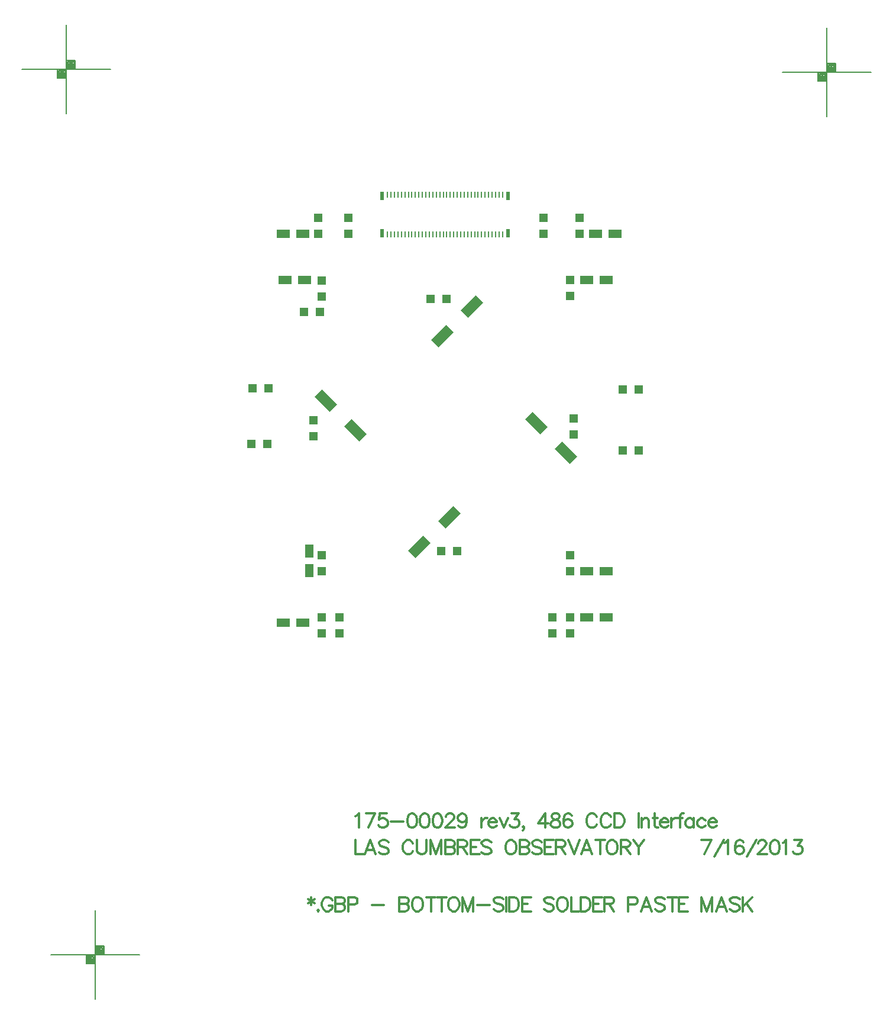
<source format=gbp>
%FSLAX23Y23*%
%MOIN*%
G70*
G01*
G75*
G04 Layer_Color=128*
%ADD10C,0.008*%
%ADD11C,0.010*%
%ADD12C,0.010*%
%ADD13C,0.012*%
%ADD14C,0.012*%
%ADD15C,0.012*%
%ADD16P,0.057X4X202.5*%
%ADD17C,0.040*%
%ADD18C,0.070*%
%ADD19R,0.070X0.070*%
%ADD20C,0.055*%
%ADD21C,0.035*%
%ADD22C,0.039*%
%ADD23C,0.071*%
%ADD24C,0.169*%
%ADD25C,0.047*%
%ADD26C,0.048*%
%ADD27C,0.020*%
%ADD28C,0.024*%
%ADD29C,0.040*%
%ADD30C,0.045*%
%ADD31C,0.099*%
%ADD32C,0.060*%
G04:AMPARAMS|DCode=33|XSize=100mil|YSize=100mil|CornerRadius=0mil|HoleSize=0mil|Usage=FLASHONLY|Rotation=0.000|XOffset=0mil|YOffset=0mil|HoleType=Round|Shape=Relief|Width=10mil|Gap=10mil|Entries=4|*
%AMTHD33*
7,0,0,0.100,0.080,0.010,45*
%
%ADD33THD33*%
%ADD34C,0.053*%
%ADD35C,0.055*%
%ADD36C,0.059*%
%ADD37C,0.091*%
%ADD38C,0.189*%
%ADD39C,0.069*%
%ADD40C,0.030*%
G04:AMPARAMS|DCode=41|XSize=70mil|YSize=70mil|CornerRadius=0mil|HoleSize=0mil|Usage=FLASHONLY|Rotation=0.000|XOffset=0mil|YOffset=0mil|HoleType=Round|Shape=Relief|Width=10mil|Gap=10mil|Entries=4|*
%AMTHD41*
7,0,0,0.070,0.050,0.010,45*
%
%ADD41THD41*%
%ADD42C,0.010*%
%ADD43C,0.008*%
%ADD44R,0.078X0.048*%
%ADD45R,0.050X0.050*%
G04:AMPARAMS|DCode=46|XSize=59mil|YSize=118mil|CornerRadius=0mil|HoleSize=0mil|Usage=FLASHONLY|Rotation=315.000|XOffset=0mil|YOffset=0mil|HoleType=Round|Shape=Rectangle|*
%AMROTATEDRECTD46*
4,1,4,-0.063,-0.021,0.021,0.063,0.063,0.021,-0.021,-0.063,-0.063,-0.021,0.0*
%
%ADD46ROTATEDRECTD46*%

%ADD47R,0.010X0.035*%
%ADD48R,0.024X0.051*%
%ADD49R,0.048X0.078*%
%ADD50R,0.050X0.050*%
G04:AMPARAMS|DCode=51|XSize=59mil|YSize=118mil|CornerRadius=0mil|HoleSize=0mil|Usage=FLASHONLY|Rotation=225.000|XOffset=0mil|YOffset=0mil|HoleType=Round|Shape=Rectangle|*
%AMROTATEDRECTD51*
4,1,4,-0.021,0.063,0.063,-0.021,0.021,-0.063,-0.063,0.021,-0.021,0.063,0.0*
%
%ADD51ROTATEDRECTD51*%

%ADD52C,0.030*%
%ADD53C,0.005*%
%ADD54C,0.007*%
D10*
X18927Y13402D02*
X19427D01*
X19177Y13152D02*
Y13652D01*
X19227Y13402D02*
Y13452D01*
X19177D02*
X19227D01*
X19127Y13352D02*
Y13402D01*
Y13352D02*
X19177D01*
X19132Y13397D02*
X19172D01*
X19132Y13357D02*
Y13397D01*
Y13357D02*
X19172D01*
Y13397D01*
X19137Y13392D02*
X19167D01*
X19137Y13362D02*
Y13392D01*
Y13362D02*
X19167D01*
Y13387D01*
X19142D02*
X19162D01*
X19142Y13367D02*
Y13387D01*
Y13367D02*
X19162D01*
Y13382D01*
X19147D02*
X19157D01*
X19147Y13372D02*
Y13382D01*
Y13372D02*
X19157D01*
Y13382D01*
X19147Y13377D02*
X19157D01*
X19182Y13447D02*
X19222D01*
X19182Y13407D02*
Y13447D01*
Y13407D02*
X19222D01*
Y13447D01*
X19187Y13442D02*
X19217D01*
X19187Y13412D02*
Y13442D01*
Y13412D02*
X19217D01*
Y13437D01*
X19192D02*
X19212D01*
X19192Y13417D02*
Y13437D01*
Y13417D02*
X19212D01*
Y13432D01*
X19197D02*
X19207D01*
X19197Y13422D02*
Y13432D01*
Y13422D02*
X19207D01*
Y13432D01*
X19197Y13427D02*
X19207D01*
X18763Y18387D02*
X19263D01*
X19013Y18137D02*
Y18637D01*
X19063Y18387D02*
Y18437D01*
X19013D02*
X19063D01*
X18963Y18337D02*
Y18387D01*
Y18337D02*
X19013D01*
X18968Y18382D02*
X19008D01*
X18968Y18342D02*
Y18382D01*
Y18342D02*
X19008D01*
Y18382D01*
X18973Y18377D02*
X19003D01*
X18973Y18347D02*
Y18377D01*
Y18347D02*
X19003D01*
Y18372D01*
X18978D02*
X18998D01*
X18978Y18352D02*
Y18372D01*
Y18352D02*
X18998D01*
Y18367D01*
X18983D02*
X18993D01*
X18983Y18357D02*
Y18367D01*
Y18357D02*
X18993D01*
Y18367D01*
X18983Y18362D02*
X18993D01*
X19018Y18432D02*
X19058D01*
X19018Y18392D02*
Y18432D01*
Y18392D02*
X19058D01*
Y18432D01*
X19023Y18427D02*
X19053D01*
X19023Y18397D02*
Y18427D01*
Y18397D02*
X19053D01*
Y18422D01*
X19028D02*
X19048D01*
X19028Y18402D02*
Y18422D01*
Y18402D02*
X19048D01*
Y18417D01*
X19033D02*
X19043D01*
X19033Y18407D02*
Y18417D01*
Y18407D02*
X19043D01*
Y18417D01*
X19033Y18412D02*
X19043D01*
X23049Y18371D02*
X23549D01*
X23299Y18121D02*
Y18621D01*
X23349Y18371D02*
Y18421D01*
X23299D02*
X23349D01*
X23249Y18321D02*
Y18371D01*
Y18321D02*
X23299D01*
X23254Y18366D02*
X23294D01*
X23254Y18326D02*
Y18366D01*
Y18326D02*
X23294D01*
Y18366D01*
X23259Y18361D02*
X23289D01*
X23259Y18331D02*
Y18361D01*
Y18331D02*
X23289D01*
Y18356D01*
X23264D02*
X23284D01*
X23264Y18336D02*
Y18356D01*
Y18336D02*
X23284D01*
Y18351D01*
X23269D02*
X23279D01*
X23269Y18341D02*
Y18351D01*
Y18341D02*
X23279D01*
Y18351D01*
X23269Y18346D02*
X23279D01*
X23304Y18416D02*
X23344D01*
X23304Y18376D02*
Y18416D01*
Y18376D02*
X23344D01*
Y18416D01*
X23309Y18411D02*
X23339D01*
X23309Y18381D02*
Y18411D01*
Y18381D02*
X23339D01*
Y18406D01*
X23314D02*
X23334D01*
X23314Y18386D02*
Y18406D01*
Y18386D02*
X23334D01*
Y18401D01*
X23319D02*
X23329D01*
X23319Y18391D02*
Y18401D01*
Y18391D02*
X23329D01*
Y18401D01*
X23319Y18396D02*
X23329D01*
D14*
X20642Y14046D02*
Y13966D01*
X20688D01*
X20757D02*
X20727Y14046D01*
X20697Y13966D01*
X20708Y13992D02*
X20746D01*
X20829Y14034D02*
X20822Y14042D01*
X20810Y14046D01*
X20795D01*
X20784Y14042D01*
X20776Y14034D01*
Y14026D01*
X20780Y14019D01*
X20784Y14015D01*
X20791Y14011D01*
X20814Y14004D01*
X20822Y14000D01*
X20826Y13996D01*
X20829Y13988D01*
Y13977D01*
X20822Y13969D01*
X20810Y13966D01*
X20795D01*
X20784Y13969D01*
X20776Y13977D01*
X20967Y14026D02*
X20964Y14034D01*
X20956Y14042D01*
X20948Y14046D01*
X20933D01*
X20925Y14042D01*
X20918Y14034D01*
X20914Y14026D01*
X20910Y14015D01*
Y13996D01*
X20914Y13985D01*
X20918Y13977D01*
X20925Y13969D01*
X20933Y13966D01*
X20948D01*
X20956Y13969D01*
X20964Y13977D01*
X20967Y13985D01*
X20990Y14046D02*
Y13988D01*
X20994Y13977D01*
X21001Y13969D01*
X21013Y13966D01*
X21020D01*
X21032Y13969D01*
X21039Y13977D01*
X21043Y13988D01*
Y14046D01*
X21065D02*
Y13966D01*
Y14046D02*
X21096Y13966D01*
X21126Y14046D02*
X21096Y13966D01*
X21126Y14046D02*
Y13966D01*
X21149Y14046D02*
Y13966D01*
Y14046D02*
X21183D01*
X21195Y14042D01*
X21198Y14038D01*
X21202Y14030D01*
Y14023D01*
X21198Y14015D01*
X21195Y14011D01*
X21183Y14007D01*
X21149D02*
X21183D01*
X21195Y14004D01*
X21198Y14000D01*
X21202Y13992D01*
Y13981D01*
X21198Y13973D01*
X21195Y13969D01*
X21183Y13966D01*
X21149D01*
X21220Y14046D02*
Y13966D01*
Y14046D02*
X21254D01*
X21266Y14042D01*
X21270Y14038D01*
X21274Y14030D01*
Y14023D01*
X21270Y14015D01*
X21266Y14011D01*
X21254Y14007D01*
X21220D01*
X21247D02*
X21274Y13966D01*
X21341Y14046D02*
X21291D01*
Y13966D01*
X21341D01*
X21291Y14007D02*
X21322D01*
X21408Y14034D02*
X21400Y14042D01*
X21389Y14046D01*
X21373D01*
X21362Y14042D01*
X21354Y14034D01*
Y14026D01*
X21358Y14019D01*
X21362Y14015D01*
X21370Y14011D01*
X21392Y14004D01*
X21400Y14000D01*
X21404Y13996D01*
X21408Y13988D01*
Y13977D01*
X21400Y13969D01*
X21389Y13966D01*
X21373D01*
X21362Y13969D01*
X21354Y13977D01*
X21511Y14046D02*
X21504Y14042D01*
X21496Y14034D01*
X21492Y14026D01*
X21488Y14015D01*
Y13996D01*
X21492Y13985D01*
X21496Y13977D01*
X21504Y13969D01*
X21511Y13966D01*
X21526D01*
X21534Y13969D01*
X21542Y13977D01*
X21545Y13985D01*
X21549Y13996D01*
Y14015D01*
X21545Y14026D01*
X21542Y14034D01*
X21534Y14042D01*
X21526Y14046D01*
X21511D01*
X21568D02*
Y13966D01*
Y14046D02*
X21602D01*
X21614Y14042D01*
X21617Y14038D01*
X21621Y14030D01*
Y14023D01*
X21617Y14015D01*
X21614Y14011D01*
X21602Y14007D01*
X21568D02*
X21602D01*
X21614Y14004D01*
X21617Y14000D01*
X21621Y13992D01*
Y13981D01*
X21617Y13973D01*
X21614Y13969D01*
X21602Y13966D01*
X21568D01*
X21692Y14034D02*
X21685Y14042D01*
X21673Y14046D01*
X21658D01*
X21647Y14042D01*
X21639Y14034D01*
Y14026D01*
X21643Y14019D01*
X21647Y14015D01*
X21654Y14011D01*
X21677Y14004D01*
X21685Y14000D01*
X21689Y13996D01*
X21692Y13988D01*
Y13977D01*
X21685Y13969D01*
X21673Y13966D01*
X21658D01*
X21647Y13969D01*
X21639Y13977D01*
X21760Y14046D02*
X21710D01*
Y13966D01*
X21760D01*
X21710Y14007D02*
X21741D01*
X21773Y14046D02*
Y13966D01*
Y14046D02*
X21808D01*
X21819Y14042D01*
X21823Y14038D01*
X21827Y14030D01*
Y14023D01*
X21823Y14015D01*
X21819Y14011D01*
X21808Y14007D01*
X21773D01*
X21800D02*
X21827Y13966D01*
X21844Y14046D02*
X21875Y13966D01*
X21905Y14046D02*
X21875Y13966D01*
X21977D02*
X21946Y14046D01*
X21916Y13966D01*
X21927Y13992D02*
X21965D01*
X22022Y14046D02*
Y13966D01*
X21995Y14046D02*
X22049D01*
X22081D02*
X22073Y14042D01*
X22066Y14034D01*
X22062Y14026D01*
X22058Y14015D01*
Y13996D01*
X22062Y13985D01*
X22066Y13977D01*
X22073Y13969D01*
X22081Y13966D01*
X22096D01*
X22104Y13969D01*
X22111Y13977D01*
X22115Y13985D01*
X22119Y13996D01*
Y14015D01*
X22115Y14026D01*
X22111Y14034D01*
X22104Y14042D01*
X22096Y14046D01*
X22081D01*
X22138D02*
Y13966D01*
Y14046D02*
X22172D01*
X22183Y14042D01*
X22187Y14038D01*
X22191Y14030D01*
Y14023D01*
X22187Y14015D01*
X22183Y14011D01*
X22172Y14007D01*
X22138D01*
X22164D02*
X22191Y13966D01*
X22209Y14046D02*
X22239Y14007D01*
Y13966D01*
X22270Y14046D02*
X22239Y14007D01*
X22648Y14046D02*
X22610Y13966D01*
X22594Y14046D02*
X22648D01*
X22666Y13954D02*
X22719Y14046D01*
X22724Y14030D02*
X22732Y14034D01*
X22743Y14046D01*
Y13966D01*
X22829Y14034D02*
X22825Y14042D01*
X22813Y14046D01*
X22806D01*
X22794Y14042D01*
X22787Y14030D01*
X22783Y14011D01*
Y13992D01*
X22787Y13977D01*
X22794Y13969D01*
X22806Y13966D01*
X22810D01*
X22821Y13969D01*
X22829Y13977D01*
X22832Y13988D01*
Y13992D01*
X22829Y14004D01*
X22821Y14011D01*
X22810Y14015D01*
X22806D01*
X22794Y14011D01*
X22787Y14004D01*
X22783Y13992D01*
X22850Y13954D02*
X22903Y14046D01*
X22912Y14026D02*
Y14030D01*
X22916Y14038D01*
X22920Y14042D01*
X22928Y14046D01*
X22943D01*
X22951Y14042D01*
X22954Y14038D01*
X22958Y14030D01*
Y14023D01*
X22954Y14015D01*
X22947Y14004D01*
X22909Y13966D01*
X22962D01*
X23003Y14046D02*
X22991Y14042D01*
X22984Y14030D01*
X22980Y14011D01*
Y14000D01*
X22984Y13981D01*
X22991Y13969D01*
X23003Y13966D01*
X23010D01*
X23022Y13969D01*
X23029Y13981D01*
X23033Y14000D01*
Y14011D01*
X23029Y14030D01*
X23022Y14042D01*
X23010Y14046D01*
X23003D01*
X23051Y14030D02*
X23059Y14034D01*
X23070Y14046D01*
Y13966D01*
X23117Y14046D02*
X23159D01*
X23136Y14015D01*
X23148D01*
X23155Y14011D01*
X23159Y14007D01*
X23163Y13996D01*
Y13988D01*
X23159Y13977D01*
X23152Y13969D01*
X23140Y13966D01*
X23129D01*
X23117Y13969D01*
X23114Y13973D01*
X23110Y13981D01*
D15*
X20394Y13725D02*
Y13679D01*
X20375Y13714D02*
X20413Y13691D01*
Y13714D02*
X20375Y13691D01*
X20433Y13653D02*
X20429Y13649D01*
X20433Y13645D01*
X20437Y13649D01*
X20433Y13653D01*
X20511Y13706D02*
X20508Y13714D01*
X20500Y13721D01*
X20492Y13725D01*
X20477D01*
X20470Y13721D01*
X20462Y13714D01*
X20458Y13706D01*
X20454Y13695D01*
Y13676D01*
X20458Y13664D01*
X20462Y13656D01*
X20470Y13649D01*
X20477Y13645D01*
X20492D01*
X20500Y13649D01*
X20508Y13656D01*
X20511Y13664D01*
Y13676D01*
X20492D02*
X20511D01*
X20530Y13725D02*
Y13645D01*
Y13725D02*
X20564D01*
X20575Y13721D01*
X20579Y13717D01*
X20583Y13710D01*
Y13702D01*
X20579Y13695D01*
X20575Y13691D01*
X20564Y13687D01*
X20530D02*
X20564D01*
X20575Y13683D01*
X20579Y13679D01*
X20583Y13672D01*
Y13660D01*
X20579Y13653D01*
X20575Y13649D01*
X20564Y13645D01*
X20530D01*
X20601Y13683D02*
X20635D01*
X20647Y13687D01*
X20651Y13691D01*
X20654Y13698D01*
Y13710D01*
X20651Y13717D01*
X20647Y13721D01*
X20635Y13725D01*
X20601D01*
Y13645D01*
X20735Y13679D02*
X20804D01*
X20890Y13725D02*
Y13645D01*
Y13725D02*
X20924D01*
X20936Y13721D01*
X20940Y13717D01*
X20943Y13710D01*
Y13702D01*
X20940Y13695D01*
X20936Y13691D01*
X20924Y13687D01*
X20890D02*
X20924D01*
X20936Y13683D01*
X20940Y13679D01*
X20943Y13672D01*
Y13660D01*
X20940Y13653D01*
X20936Y13649D01*
X20924Y13645D01*
X20890D01*
X20984Y13725D02*
X20977Y13721D01*
X20969Y13714D01*
X20965Y13706D01*
X20961Y13695D01*
Y13676D01*
X20965Y13664D01*
X20969Y13656D01*
X20977Y13649D01*
X20984Y13645D01*
X20999D01*
X21007Y13649D01*
X21015Y13656D01*
X21018Y13664D01*
X21022Y13676D01*
Y13695D01*
X21018Y13706D01*
X21015Y13714D01*
X21007Y13721D01*
X20999Y13725D01*
X20984D01*
X21068D02*
Y13645D01*
X21041Y13725D02*
X21094D01*
X21130D02*
Y13645D01*
X21104Y13725D02*
X21157D01*
X21189D02*
X21182Y13721D01*
X21174Y13714D01*
X21170Y13706D01*
X21167Y13695D01*
Y13676D01*
X21170Y13664D01*
X21174Y13656D01*
X21182Y13649D01*
X21189Y13645D01*
X21205D01*
X21212Y13649D01*
X21220Y13656D01*
X21224Y13664D01*
X21228Y13676D01*
Y13695D01*
X21224Y13706D01*
X21220Y13714D01*
X21212Y13721D01*
X21205Y13725D01*
X21189D01*
X21246D02*
Y13645D01*
Y13725D02*
X21277Y13645D01*
X21307Y13725D02*
X21277Y13645D01*
X21307Y13725D02*
Y13645D01*
X21330Y13679D02*
X21399D01*
X21475Y13714D02*
X21468Y13721D01*
X21456Y13725D01*
X21441D01*
X21430Y13721D01*
X21422Y13714D01*
Y13706D01*
X21426Y13698D01*
X21430Y13695D01*
X21437Y13691D01*
X21460Y13683D01*
X21468Y13679D01*
X21472Y13676D01*
X21475Y13668D01*
Y13656D01*
X21468Y13649D01*
X21456Y13645D01*
X21441D01*
X21430Y13649D01*
X21422Y13656D01*
X21493Y13725D02*
Y13645D01*
X21510Y13725D02*
Y13645D01*
Y13725D02*
X21537D01*
X21548Y13721D01*
X21556Y13714D01*
X21560Y13706D01*
X21563Y13695D01*
Y13676D01*
X21560Y13664D01*
X21556Y13656D01*
X21548Y13649D01*
X21537Y13645D01*
X21510D01*
X21631Y13725D02*
X21581D01*
Y13645D01*
X21631D01*
X21581Y13687D02*
X21612D01*
X21760Y13714D02*
X21753Y13721D01*
X21741Y13725D01*
X21726D01*
X21715Y13721D01*
X21707Y13714D01*
Y13706D01*
X21711Y13698D01*
X21715Y13695D01*
X21722Y13691D01*
X21745Y13683D01*
X21753Y13679D01*
X21757Y13676D01*
X21760Y13668D01*
Y13656D01*
X21753Y13649D01*
X21741Y13645D01*
X21726D01*
X21715Y13649D01*
X21707Y13656D01*
X21801Y13725D02*
X21793Y13721D01*
X21786Y13714D01*
X21782Y13706D01*
X21778Y13695D01*
Y13676D01*
X21782Y13664D01*
X21786Y13656D01*
X21793Y13649D01*
X21801Y13645D01*
X21816D01*
X21824Y13649D01*
X21832Y13656D01*
X21835Y13664D01*
X21839Y13676D01*
Y13695D01*
X21835Y13706D01*
X21832Y13714D01*
X21824Y13721D01*
X21816Y13725D01*
X21801D01*
X21858D02*
Y13645D01*
X21904D01*
X21912Y13725D02*
Y13645D01*
Y13725D02*
X21939D01*
X21950Y13721D01*
X21958Y13714D01*
X21962Y13706D01*
X21966Y13695D01*
Y13676D01*
X21962Y13664D01*
X21958Y13656D01*
X21950Y13649D01*
X21939Y13645D01*
X21912D01*
X22033Y13725D02*
X21984D01*
Y13645D01*
X22033D01*
X21984Y13687D02*
X22014D01*
X22046Y13725D02*
Y13645D01*
Y13725D02*
X22081D01*
X22092Y13721D01*
X22096Y13717D01*
X22100Y13710D01*
Y13702D01*
X22096Y13695D01*
X22092Y13691D01*
X22081Y13687D01*
X22046D01*
X22073D02*
X22100Y13645D01*
X22180Y13683D02*
X22215D01*
X22226Y13687D01*
X22230Y13691D01*
X22234Y13698D01*
Y13710D01*
X22230Y13717D01*
X22226Y13721D01*
X22215Y13725D01*
X22180D01*
Y13645D01*
X22313D02*
X22282Y13725D01*
X22252Y13645D01*
X22263Y13672D02*
X22301D01*
X22385Y13714D02*
X22377Y13721D01*
X22366Y13725D01*
X22350D01*
X22339Y13721D01*
X22331Y13714D01*
Y13706D01*
X22335Y13698D01*
X22339Y13695D01*
X22347Y13691D01*
X22369Y13683D01*
X22377Y13679D01*
X22381Y13676D01*
X22385Y13668D01*
Y13656D01*
X22377Y13649D01*
X22366Y13645D01*
X22350D01*
X22339Y13649D01*
X22331Y13656D01*
X22429Y13725D02*
Y13645D01*
X22403Y13725D02*
X22456D01*
X22515D02*
X22465D01*
Y13645D01*
X22515D01*
X22465Y13687D02*
X22496D01*
X22591Y13725D02*
Y13645D01*
Y13725D02*
X22622Y13645D01*
X22652Y13725D02*
X22622Y13645D01*
X22652Y13725D02*
Y13645D01*
X22736D02*
X22705Y13725D01*
X22675Y13645D01*
X22686Y13672D02*
X22724D01*
X22808Y13714D02*
X22800Y13721D01*
X22789Y13725D01*
X22773D01*
X22762Y13721D01*
X22754Y13714D01*
Y13706D01*
X22758Y13698D01*
X22762Y13695D01*
X22770Y13691D01*
X22793Y13683D01*
X22800Y13679D01*
X22804Y13676D01*
X22808Y13668D01*
Y13656D01*
X22800Y13649D01*
X22789Y13645D01*
X22773D01*
X22762Y13649D01*
X22754Y13656D01*
X22826Y13725D02*
Y13645D01*
X22879Y13725D02*
X22826Y13672D01*
X22845Y13691D02*
X22879Y13645D01*
X20642Y14180D02*
X20650Y14184D01*
X20661Y14196D01*
Y14116D01*
X20754Y14196D02*
X20716Y14116D01*
X20701Y14196D02*
X20754D01*
X20818D02*
X20780D01*
X20776Y14161D01*
X20780Y14165D01*
X20791Y14169D01*
X20802D01*
X20814Y14165D01*
X20821Y14157D01*
X20825Y14146D01*
Y14138D01*
X20821Y14127D01*
X20814Y14119D01*
X20802Y14116D01*
X20791D01*
X20780Y14119D01*
X20776Y14123D01*
X20772Y14131D01*
X20843Y14150D02*
X20912D01*
X20958Y14196D02*
X20947Y14192D01*
X20939Y14180D01*
X20935Y14161D01*
Y14150D01*
X20939Y14131D01*
X20947Y14119D01*
X20958Y14116D01*
X20966D01*
X20977Y14119D01*
X20985Y14131D01*
X20989Y14150D01*
Y14161D01*
X20985Y14180D01*
X20977Y14192D01*
X20966Y14196D01*
X20958D01*
X21029D02*
X21018Y14192D01*
X21010Y14180D01*
X21007Y14161D01*
Y14150D01*
X21010Y14131D01*
X21018Y14119D01*
X21029Y14116D01*
X21037D01*
X21048Y14119D01*
X21056Y14131D01*
X21060Y14150D01*
Y14161D01*
X21056Y14180D01*
X21048Y14192D01*
X21037Y14196D01*
X21029D01*
X21101D02*
X21089Y14192D01*
X21082Y14180D01*
X21078Y14161D01*
Y14150D01*
X21082Y14131D01*
X21089Y14119D01*
X21101Y14116D01*
X21108D01*
X21120Y14119D01*
X21127Y14131D01*
X21131Y14150D01*
Y14161D01*
X21127Y14180D01*
X21120Y14192D01*
X21108Y14196D01*
X21101D01*
X21153Y14176D02*
Y14180D01*
X21157Y14188D01*
X21160Y14192D01*
X21168Y14196D01*
X21183D01*
X21191Y14192D01*
X21195Y14188D01*
X21198Y14180D01*
Y14173D01*
X21195Y14165D01*
X21187Y14154D01*
X21149Y14116D01*
X21202D01*
X21270Y14169D02*
X21266Y14157D01*
X21258Y14150D01*
X21247Y14146D01*
X21243D01*
X21232Y14150D01*
X21224Y14157D01*
X21220Y14169D01*
Y14173D01*
X21224Y14184D01*
X21232Y14192D01*
X21243Y14196D01*
X21247D01*
X21258Y14192D01*
X21266Y14184D01*
X21270Y14169D01*
Y14150D01*
X21266Y14131D01*
X21258Y14119D01*
X21247Y14116D01*
X21239D01*
X21228Y14119D01*
X21224Y14127D01*
X21354Y14169D02*
Y14116D01*
Y14146D02*
X21358Y14157D01*
X21366Y14165D01*
X21373Y14169D01*
X21385D01*
X21392Y14146D02*
X21438D01*
Y14154D01*
X21434Y14161D01*
X21430Y14165D01*
X21422Y14169D01*
X21411D01*
X21403Y14165D01*
X21396Y14157D01*
X21392Y14146D01*
Y14138D01*
X21396Y14127D01*
X21403Y14119D01*
X21411Y14116D01*
X21422D01*
X21430Y14119D01*
X21438Y14127D01*
X21455Y14169D02*
X21478Y14116D01*
X21501Y14169D02*
X21478Y14116D01*
X21521Y14196D02*
X21563D01*
X21540Y14165D01*
X21552D01*
X21559Y14161D01*
X21563Y14157D01*
X21567Y14146D01*
Y14138D01*
X21563Y14127D01*
X21555Y14119D01*
X21544Y14116D01*
X21533D01*
X21521Y14119D01*
X21517Y14123D01*
X21513Y14131D01*
X21592Y14119D02*
X21589Y14116D01*
X21585Y14119D01*
X21589Y14123D01*
X21592Y14119D01*
Y14112D01*
X21589Y14104D01*
X21585Y14100D01*
X21711Y14196D02*
X21673Y14142D01*
X21730D01*
X21711Y14196D02*
Y14116D01*
X21763Y14196D02*
X21752Y14192D01*
X21748Y14184D01*
Y14176D01*
X21752Y14169D01*
X21759Y14165D01*
X21774Y14161D01*
X21786Y14157D01*
X21793Y14150D01*
X21797Y14142D01*
Y14131D01*
X21793Y14123D01*
X21790Y14119D01*
X21778Y14116D01*
X21763D01*
X21752Y14119D01*
X21748Y14123D01*
X21744Y14131D01*
Y14142D01*
X21748Y14150D01*
X21755Y14157D01*
X21767Y14161D01*
X21782Y14165D01*
X21790Y14169D01*
X21793Y14176D01*
Y14184D01*
X21790Y14192D01*
X21778Y14196D01*
X21763D01*
X21861Y14184D02*
X21857Y14192D01*
X21846Y14196D01*
X21838D01*
X21827Y14192D01*
X21819Y14180D01*
X21815Y14161D01*
Y14142D01*
X21819Y14127D01*
X21827Y14119D01*
X21838Y14116D01*
X21842D01*
X21853Y14119D01*
X21861Y14127D01*
X21865Y14138D01*
Y14142D01*
X21861Y14154D01*
X21853Y14161D01*
X21842Y14165D01*
X21838D01*
X21827Y14161D01*
X21819Y14154D01*
X21815Y14142D01*
X22002Y14176D02*
X21998Y14184D01*
X21991Y14192D01*
X21983Y14196D01*
X21968D01*
X21960Y14192D01*
X21953Y14184D01*
X21949Y14176D01*
X21945Y14165D01*
Y14146D01*
X21949Y14135D01*
X21953Y14127D01*
X21960Y14119D01*
X21968Y14116D01*
X21983D01*
X21991Y14119D01*
X21998Y14127D01*
X22002Y14135D01*
X22082Y14176D02*
X22078Y14184D01*
X22070Y14192D01*
X22063Y14196D01*
X22047D01*
X22040Y14192D01*
X22032Y14184D01*
X22028Y14176D01*
X22025Y14165D01*
Y14146D01*
X22028Y14135D01*
X22032Y14127D01*
X22040Y14119D01*
X22047Y14116D01*
X22063D01*
X22070Y14119D01*
X22078Y14127D01*
X22082Y14135D01*
X22104Y14196D02*
Y14116D01*
Y14196D02*
X22131D01*
X22142Y14192D01*
X22150Y14184D01*
X22154Y14176D01*
X22158Y14165D01*
Y14146D01*
X22154Y14135D01*
X22150Y14127D01*
X22142Y14119D01*
X22131Y14116D01*
X22104D01*
X22238Y14196D02*
Y14116D01*
X22255Y14169D02*
Y14116D01*
Y14154D02*
X22266Y14165D01*
X22274Y14169D01*
X22286D01*
X22293Y14165D01*
X22297Y14154D01*
Y14116D01*
X22329Y14196D02*
Y14131D01*
X22333Y14119D01*
X22341Y14116D01*
X22348D01*
X22318Y14169D02*
X22345D01*
X22360Y14146D02*
X22405D01*
Y14154D01*
X22402Y14161D01*
X22398Y14165D01*
X22390Y14169D01*
X22379D01*
X22371Y14165D01*
X22364Y14157D01*
X22360Y14146D01*
Y14138D01*
X22364Y14127D01*
X22371Y14119D01*
X22379Y14116D01*
X22390D01*
X22398Y14119D01*
X22405Y14127D01*
X22423Y14169D02*
Y14116D01*
Y14146D02*
X22426Y14157D01*
X22434Y14165D01*
X22442Y14169D01*
X22453D01*
X22491Y14196D02*
X22483D01*
X22476Y14192D01*
X22472Y14180D01*
Y14116D01*
X22460Y14169D02*
X22487D01*
X22548D02*
Y14116D01*
Y14157D02*
X22540Y14165D01*
X22533Y14169D01*
X22521D01*
X22514Y14165D01*
X22506Y14157D01*
X22502Y14146D01*
Y14138D01*
X22506Y14127D01*
X22514Y14119D01*
X22521Y14116D01*
X22533D01*
X22540Y14119D01*
X22548Y14127D01*
X22615Y14157D02*
X22607Y14165D01*
X22600Y14169D01*
X22588D01*
X22581Y14165D01*
X22573Y14157D01*
X22569Y14146D01*
Y14138D01*
X22573Y14127D01*
X22581Y14119D01*
X22588Y14116D01*
X22600D01*
X22607Y14119D01*
X22615Y14127D01*
X22632Y14146D02*
X22678D01*
Y14154D01*
X22674Y14161D01*
X22670Y14165D01*
X22663Y14169D01*
X22651D01*
X22644Y14165D01*
X22636Y14157D01*
X22632Y14146D01*
Y14138D01*
X22636Y14127D01*
X22644Y14119D01*
X22651Y14116D01*
X22663D01*
X22670Y14119D01*
X22678Y14127D01*
D44*
X20347Y15270D02*
D03*
X20237D02*
D03*
X20357Y17200D02*
D03*
X20247D02*
D03*
X21947D02*
D03*
X22057D02*
D03*
X21947Y15560D02*
D03*
X22057D02*
D03*
X20347Y17460D02*
D03*
X20237D02*
D03*
X21997D02*
D03*
X22107D02*
D03*
X21947Y15300D02*
D03*
X22057D02*
D03*
D45*
X20145Y16277D02*
D03*
X20055D02*
D03*
X20444Y17019D02*
D03*
X20354D02*
D03*
X21217Y15674D02*
D03*
X21127D02*
D03*
X21067Y17094D02*
D03*
X21157D02*
D03*
X22150Y16584D02*
D03*
X22240D02*
D03*
X22150Y16239D02*
D03*
X22240D02*
D03*
X20152Y16592D02*
D03*
X20062D02*
D03*
D46*
X21133Y16884D02*
D03*
X21300Y17051D02*
D03*
X21171Y15865D02*
D03*
X21004Y15698D02*
D03*
D47*
X20823Y17681D02*
D03*
X20842D02*
D03*
X20862D02*
D03*
X20882D02*
D03*
X20901D02*
D03*
X20921D02*
D03*
X20941D02*
D03*
X20960D02*
D03*
X20980D02*
D03*
X21000D02*
D03*
X21020D02*
D03*
X21039D02*
D03*
X21059D02*
D03*
X21079D02*
D03*
X21098D02*
D03*
X21118D02*
D03*
X21138D02*
D03*
X21157D02*
D03*
X21177D02*
D03*
X21197D02*
D03*
X21216D02*
D03*
X21236D02*
D03*
X21256D02*
D03*
X21275D02*
D03*
X21295D02*
D03*
X21315D02*
D03*
X21334D02*
D03*
X21354D02*
D03*
X21374D02*
D03*
X21394D02*
D03*
X21413D02*
D03*
X21433D02*
D03*
X21453D02*
D03*
X21472D02*
D03*
D03*
X20823Y17457D02*
D03*
X20842D02*
D03*
X20862D02*
D03*
X20882D02*
D03*
X20901D02*
D03*
X20921D02*
D03*
X20941D02*
D03*
X20960D02*
D03*
X20980D02*
D03*
X21000D02*
D03*
X21020D02*
D03*
X21039D02*
D03*
X21059D02*
D03*
X21079D02*
D03*
X21098D02*
D03*
X21118D02*
D03*
X21138D02*
D03*
X21157D02*
D03*
X21177D02*
D03*
X21197D02*
D03*
X21216D02*
D03*
X21236D02*
D03*
X21256D02*
D03*
X21275D02*
D03*
X21295D02*
D03*
X21315D02*
D03*
X21334D02*
D03*
X21354D02*
D03*
X21374D02*
D03*
X21394D02*
D03*
X21413D02*
D03*
X21433D02*
D03*
X21453D02*
D03*
X21472D02*
D03*
D48*
X21502Y17465D02*
D03*
Y17674D02*
D03*
X20793D02*
D03*
Y17465D02*
D03*
D49*
X20382Y15565D02*
D03*
Y15675D02*
D03*
D50*
X20452Y17196D02*
D03*
Y17106D02*
D03*
X20602Y17459D02*
D03*
Y17549D02*
D03*
X21852Y17199D02*
D03*
Y17109D02*
D03*
Y15559D02*
D03*
Y15649D02*
D03*
X20452Y15559D02*
D03*
Y15649D02*
D03*
X21702Y17459D02*
D03*
Y17549D02*
D03*
X21752Y15299D02*
D03*
Y15209D02*
D03*
X20552Y15299D02*
D03*
Y15209D02*
D03*
X20432Y17459D02*
D03*
Y17549D02*
D03*
X21906Y17459D02*
D03*
Y17549D02*
D03*
X21852Y15299D02*
D03*
Y15209D02*
D03*
X20452Y15299D02*
D03*
Y15209D02*
D03*
X21872Y16419D02*
D03*
Y16329D02*
D03*
X20407Y16319D02*
D03*
Y16409D02*
D03*
D51*
X21662Y16393D02*
D03*
X21829Y16226D02*
D03*
X20643Y16355D02*
D03*
X20476Y16522D02*
D03*
M02*

</source>
